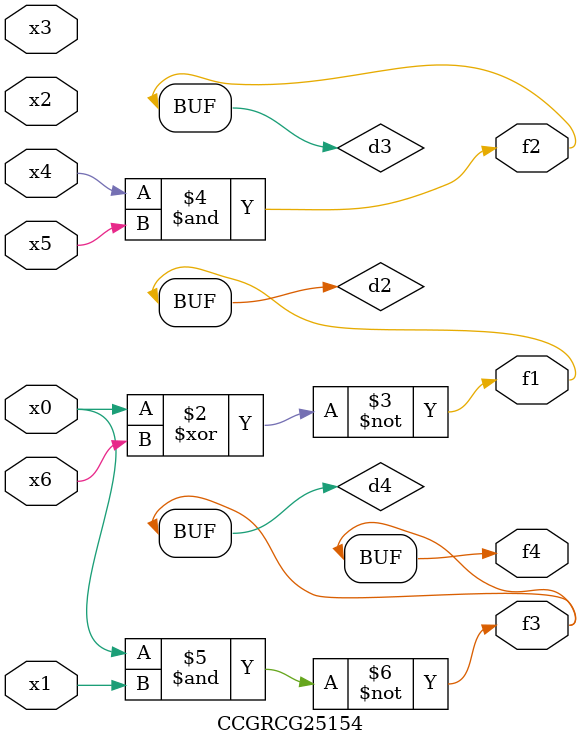
<source format=v>
module CCGRCG25154(
	input x0, x1, x2, x3, x4, x5, x6,
	output f1, f2, f3, f4
);

	wire d1, d2, d3, d4;

	nor (d1, x0);
	xnor (d2, x0, x6);
	and (d3, x4, x5);
	nand (d4, x0, x1);
	assign f1 = d2;
	assign f2 = d3;
	assign f3 = d4;
	assign f4 = d4;
endmodule

</source>
